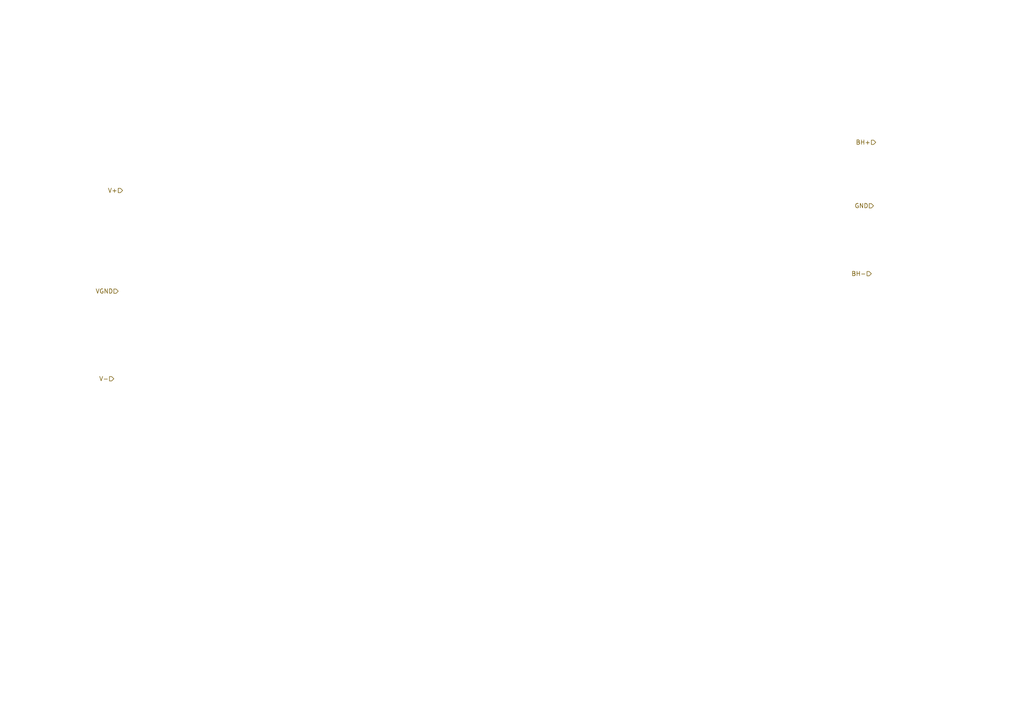
<source format=kicad_sch>
(kicad_sch (version 20210126) (generator eeschema)
  (paper "A4")
  (lib_symbols)
  (hierarchical_label "V-" (shape input) (at 33.02 109.855 180))
  (hierarchical_label "VGND" (shape input) (at 34.29 84.455 180))
  (hierarchical_label "V+" (shape input) (at 35.56 55.245 180))
  (hierarchical_label "BH-" (shape input) (at 252.73 79.375 180))
  (hierarchical_label "GND" (shape input) (at 253.365 59.69 180))
  (hierarchical_label "BH+" (shape input) (at 254 41.275 180))
)
</source>
